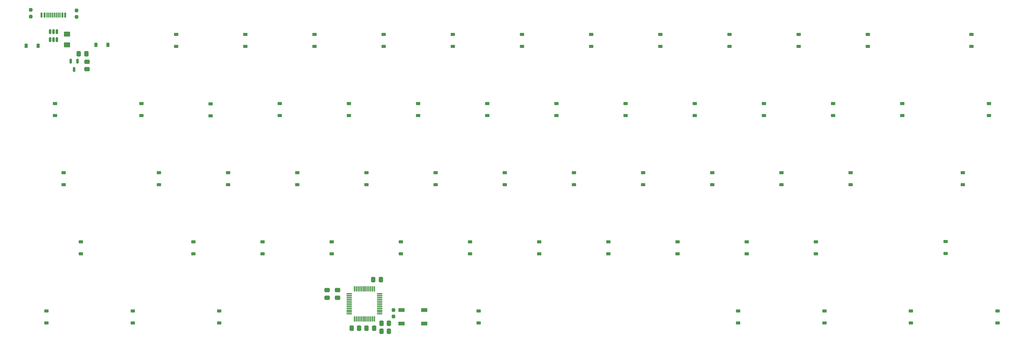
<source format=gbp>
G04 #@! TF.GenerationSoftware,KiCad,Pcbnew,8.0.3*
G04 #@! TF.CreationDate,2025-10-01T01:01:48-04:00*
G04 #@! TF.ProjectId,KP60,4b503630-2e6b-4696-9361-645f70636258,rev?*
G04 #@! TF.SameCoordinates,Original*
G04 #@! TF.FileFunction,Paste,Bot*
G04 #@! TF.FilePolarity,Positive*
%FSLAX46Y46*%
G04 Gerber Fmt 4.6, Leading zero omitted, Abs format (unit mm)*
G04 Created by KiCad (PCBNEW 8.0.3) date 2025-10-01 01:01:48*
%MOMM*%
%LPD*%
G01*
G04 APERTURE LIST*
G04 Aperture macros list*
%AMRoundRect*
0 Rectangle with rounded corners*
0 $1 Rounding radius*
0 $2 $3 $4 $5 $6 $7 $8 $9 X,Y pos of 4 corners*
0 Add a 4 corners polygon primitive as box body*
4,1,4,$2,$3,$4,$5,$6,$7,$8,$9,$2,$3,0*
0 Add four circle primitives for the rounded corners*
1,1,$1+$1,$2,$3*
1,1,$1+$1,$4,$5*
1,1,$1+$1,$6,$7*
1,1,$1+$1,$8,$9*
0 Add four rect primitives between the rounded corners*
20,1,$1+$1,$2,$3,$4,$5,0*
20,1,$1+$1,$4,$5,$6,$7,0*
20,1,$1+$1,$6,$7,$8,$9,0*
20,1,$1+$1,$8,$9,$2,$3,0*%
G04 Aperture macros list end*
%ADD10RoundRect,0.237500X-0.237500X0.250000X-0.237500X-0.250000X0.237500X-0.250000X0.237500X0.250000X0*%
%ADD11RoundRect,0.225000X0.375000X-0.225000X0.375000X0.225000X-0.375000X0.225000X-0.375000X-0.225000X0*%
%ADD12RoundRect,0.250000X0.337500X0.475000X-0.337500X0.475000X-0.337500X-0.475000X0.337500X-0.475000X0*%
%ADD13RoundRect,0.250000X0.475000X-0.337500X0.475000X0.337500X-0.475000X0.337500X-0.475000X-0.337500X0*%
%ADD14RoundRect,0.075000X0.075000X-0.662500X0.075000X0.662500X-0.075000X0.662500X-0.075000X-0.662500X0*%
%ADD15RoundRect,0.075000X0.662500X-0.075000X0.662500X0.075000X-0.662500X0.075000X-0.662500X-0.075000X0*%
%ADD16RoundRect,0.150000X-0.150000X0.512500X-0.150000X-0.512500X0.150000X-0.512500X0.150000X0.512500X0*%
%ADD17RoundRect,0.225000X0.225000X0.375000X-0.225000X0.375000X-0.225000X-0.375000X0.225000X-0.375000X0*%
%ADD18R,0.600000X1.450000*%
%ADD19R,0.300000X1.450000*%
%ADD20R,1.700000X1.000000*%
%ADD21RoundRect,0.150000X0.150000X-0.512500X0.150000X0.512500X-0.150000X0.512500X-0.150000X-0.512500X0*%
%ADD22RoundRect,0.250001X-0.624999X0.462499X-0.624999X-0.462499X0.624999X-0.462499X0.624999X0.462499X0*%
%ADD23RoundRect,0.250000X-0.337500X-0.475000X0.337500X-0.475000X0.337500X0.475000X-0.337500X0.475000X0*%
%ADD24RoundRect,0.250000X-0.475000X0.337500X-0.475000X-0.337500X0.475000X-0.337500X0.475000X0.337500X0*%
G04 APERTURE END LIST*
D10*
X79050000Y-78605000D03*
X79050000Y-80430000D03*
D11*
X319087500Y-107726750D03*
X319087500Y-104426750D03*
D12*
X177697500Y-167140000D03*
X175622500Y-167140000D03*
D11*
X285750000Y-126776750D03*
X285750000Y-123476750D03*
X261937500Y-107726750D03*
X261937500Y-104426750D03*
X233362500Y-88676750D03*
X233362500Y-85376750D03*
X297656250Y-164876750D03*
X297656250Y-161576750D03*
X92868750Y-145826750D03*
X92868750Y-142526750D03*
X200025000Y-145826750D03*
X200025000Y-142526750D03*
X280987500Y-107726750D03*
X280987500Y-104426750D03*
X161925000Y-145826750D03*
X161925000Y-142526750D03*
X176212500Y-88676750D03*
X176212500Y-85376750D03*
X223837500Y-107726750D03*
X223837500Y-104426750D03*
X202406250Y-164876750D03*
X202406250Y-161576750D03*
D12*
X177687500Y-164980000D03*
X175612500Y-164980000D03*
D11*
X204787500Y-107726750D03*
X204787500Y-104426750D03*
X242887500Y-107726750D03*
X242887500Y-104426750D03*
D10*
X91620000Y-78727500D03*
X91620000Y-80552500D03*
D11*
X152400000Y-126776750D03*
X152400000Y-123476750D03*
X214312500Y-88676750D03*
X214312500Y-85376750D03*
X88106250Y-126776750D03*
X88106250Y-123476750D03*
D13*
X94550000Y-94967500D03*
X94550000Y-92892500D03*
D11*
X133350000Y-126776750D03*
X133350000Y-123476750D03*
D14*
X173680000Y-163760000D03*
X173180000Y-163760000D03*
X172680000Y-163760000D03*
X172180000Y-163760000D03*
X171680000Y-163760000D03*
X171180000Y-163760000D03*
X170680000Y-163760000D03*
X170180000Y-163760000D03*
X169680000Y-163760000D03*
X169180000Y-163760000D03*
X168680000Y-163760000D03*
X168180000Y-163760000D03*
D15*
X166767500Y-162347500D03*
X166767500Y-161847500D03*
X166767500Y-161347500D03*
X166767500Y-160847500D03*
X166767500Y-160347500D03*
X166767500Y-159847500D03*
X166767500Y-159347500D03*
X166767500Y-158847500D03*
X166767500Y-158347500D03*
X166767500Y-157847500D03*
X166767500Y-157347500D03*
X166767500Y-156847500D03*
D14*
X168180000Y-155435000D03*
X168680000Y-155435000D03*
X169180000Y-155435000D03*
X169680000Y-155435000D03*
X170180000Y-155435000D03*
X170680000Y-155435000D03*
X171180000Y-155435000D03*
X171680000Y-155435000D03*
X172180000Y-155435000D03*
X172680000Y-155435000D03*
X173180000Y-155435000D03*
X173680000Y-155435000D03*
D15*
X175092500Y-156847500D03*
X175092500Y-157347500D03*
X175092500Y-157847500D03*
X175092500Y-158347500D03*
X175092500Y-158847500D03*
X175092500Y-159347500D03*
X175092500Y-159847500D03*
X175092500Y-160347500D03*
X175092500Y-160847500D03*
X175092500Y-161347500D03*
X175092500Y-161847500D03*
X175092500Y-162347500D03*
D11*
X321468750Y-164876750D03*
X321468750Y-161576750D03*
X309562500Y-88676750D03*
X309562500Y-85376750D03*
D16*
X90000000Y-92735000D03*
X91900000Y-92735000D03*
X90950000Y-95010000D03*
D11*
X171450000Y-126776750D03*
X171450000Y-123476750D03*
X342900000Y-107726750D03*
X342900000Y-104426750D03*
X195262500Y-88676750D03*
X195262500Y-85376750D03*
X130968750Y-164876750D03*
X130968750Y-161576750D03*
D17*
X100287500Y-88265000D03*
X96987500Y-88265000D03*
D11*
X276225000Y-145826750D03*
X276225000Y-142526750D03*
D18*
X82032500Y-80025000D03*
X82832500Y-80025000D03*
D19*
X84032500Y-80025000D03*
X85032500Y-80025000D03*
X85532500Y-80025000D03*
X86532500Y-80025000D03*
D18*
X87732500Y-80025000D03*
X88532500Y-80025000D03*
X88532500Y-80025000D03*
X87732500Y-80025000D03*
D19*
X87032500Y-80025000D03*
X86032500Y-80025000D03*
X84532500Y-80025000D03*
X83532500Y-80025000D03*
D18*
X82832500Y-80025000D03*
X82032500Y-80025000D03*
D11*
X109537500Y-107726750D03*
X109537500Y-104426750D03*
X345281250Y-164876750D03*
X345281250Y-161576750D03*
X157162500Y-88676750D03*
X157162500Y-85376750D03*
D20*
X181100000Y-165070000D03*
X187400000Y-165070000D03*
X181100000Y-161270000D03*
X187400000Y-161270000D03*
D17*
X81026000Y-88519000D03*
X77726000Y-88519000D03*
D11*
X304800000Y-126776750D03*
X304800000Y-123476750D03*
X83343750Y-164876750D03*
X83343750Y-161576750D03*
D21*
X86230000Y-86830000D03*
X85280000Y-86830000D03*
X84330000Y-86830000D03*
X84330000Y-84555000D03*
X85280000Y-84555000D03*
X86230000Y-84555000D03*
D11*
X335756250Y-126776750D03*
X335756250Y-123476750D03*
X114300000Y-126776750D03*
X114300000Y-123476750D03*
X300037500Y-107726750D03*
X300037500Y-104426750D03*
X147637500Y-107726750D03*
X147637500Y-104426750D03*
D22*
X89000000Y-85292500D03*
X89000000Y-88267500D03*
D23*
X92262500Y-90660000D03*
X94337500Y-90660000D03*
D11*
X257175000Y-145826750D03*
X257175000Y-142526750D03*
X119062500Y-88676750D03*
X119062500Y-85376750D03*
X238125000Y-145826750D03*
X238125000Y-142526750D03*
X247650000Y-126776750D03*
X247650000Y-123476750D03*
X190500000Y-126776750D03*
X190500000Y-123476750D03*
X128587500Y-107789250D03*
X128587500Y-104489250D03*
X252412500Y-88676750D03*
X252412500Y-85376750D03*
X185737500Y-107726750D03*
X185737500Y-104426750D03*
X271462500Y-88676750D03*
X271462500Y-85376750D03*
X228600000Y-126776750D03*
X228600000Y-123476750D03*
X166687500Y-107726750D03*
X166687500Y-104426750D03*
X180975000Y-145826750D03*
X180975000Y-142526750D03*
D10*
X178900000Y-161287500D03*
X178900000Y-163112500D03*
D23*
X167405000Y-166300000D03*
X169480000Y-166300000D03*
D11*
X338137500Y-88676750D03*
X338137500Y-85376750D03*
X107156250Y-164876750D03*
X107156250Y-161576750D03*
X85725000Y-107726750D03*
X85725000Y-104426750D03*
X142875000Y-145826750D03*
X142875000Y-142526750D03*
X209550000Y-126776750D03*
X209550000Y-123476750D03*
X273843750Y-164876750D03*
X273843750Y-161576750D03*
D12*
X173557500Y-166280000D03*
X171482500Y-166280000D03*
D24*
X163520000Y-155812500D03*
X163520000Y-157887500D03*
D11*
X290512500Y-88676750D03*
X290512500Y-85376750D03*
X123825000Y-145826750D03*
X123825000Y-142526750D03*
X295275000Y-145826750D03*
X295275000Y-142526750D03*
X330993750Y-145764250D03*
X330993750Y-142464250D03*
X138112500Y-88676750D03*
X138112500Y-85376750D03*
D24*
X160660000Y-155812500D03*
X160660000Y-157887500D03*
D11*
X266700000Y-126776750D03*
X266700000Y-123476750D03*
D12*
X175447500Y-152920000D03*
X173372500Y-152920000D03*
D11*
X219075000Y-145826750D03*
X219075000Y-142526750D03*
M02*

</source>
